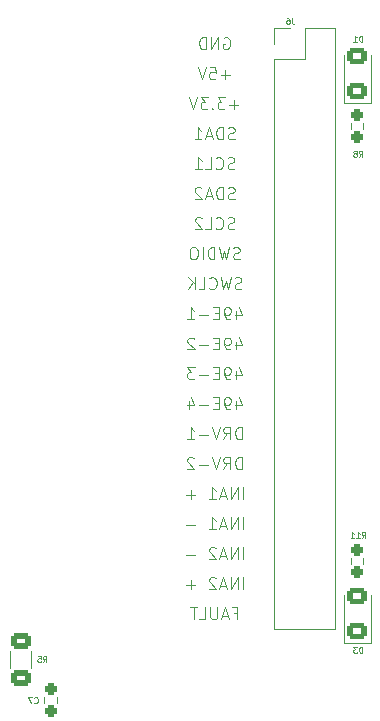
<source format=gbo>
G04 #@! TF.GenerationSoftware,KiCad,Pcbnew,(6.0.0)*
G04 #@! TF.CreationDate,2025-05-03T15:15:18+02:00*
G04 #@! TF.ProjectId,Smart Servo Control Board Rev.2,536d6172-7420-4536-9572-766f20436f6e,rev?*
G04 #@! TF.SameCoordinates,Original*
G04 #@! TF.FileFunction,Legend,Bot*
G04 #@! TF.FilePolarity,Positive*
%FSLAX46Y46*%
G04 Gerber Fmt 4.6, Leading zero omitted, Abs format (unit mm)*
G04 Created by KiCad (PCBNEW (6.0.0)) date 2025-05-03 15:15:18*
%MOMM*%
%LPD*%
G01*
G04 APERTURE LIST*
G04 Aperture macros list*
%AMRoundRect*
0 Rectangle with rounded corners*
0 $1 Rounding radius*
0 $2 $3 $4 $5 $6 $7 $8 $9 X,Y pos of 4 corners*
0 Add a 4 corners polygon primitive as box body*
4,1,4,$2,$3,$4,$5,$6,$7,$8,$9,$2,$3,0*
0 Add four circle primitives for the rounded corners*
1,1,$1+$1,$2,$3*
1,1,$1+$1,$4,$5*
1,1,$1+$1,$6,$7*
1,1,$1+$1,$8,$9*
0 Add four rect primitives between the rounded corners*
20,1,$1+$1,$2,$3,$4,$5,0*
20,1,$1+$1,$4,$5,$6,$7,0*
20,1,$1+$1,$6,$7,$8,$9,0*
20,1,$1+$1,$8,$9,$2,$3,0*%
%AMHorizOval*
0 Thick line with rounded ends*
0 $1 width*
0 $2 $3 position (X,Y) of the first rounded end (center of the circle)*
0 $4 $5 position (X,Y) of the second rounded end (center of the circle)*
0 Add line between two ends*
20,1,$1,$2,$3,$4,$5,0*
0 Add two circle primitives to create the rounded ends*
1,1,$1,$2,$3*
1,1,$1,$4,$5*%
%AMRotRect*
0 Rectangle, with rotation*
0 The origin of the aperture is its center*
0 $1 length*
0 $2 width*
0 $3 Rotation angle, in degrees counterclockwise*
0 Add horizontal line*
21,1,$1,$2,0,0,$3*%
G04 Aperture macros list end*
%ADD10C,0.125000*%
%ADD11C,0.120000*%
%ADD12C,4.300000*%
%ADD13RotRect,1.050000X1.300000X45.000000*%
%ADD14HorizOval,1.050000X-0.088388X0.088388X0.088388X-0.088388X0*%
%ADD15R,1.700000X1.700000*%
%ADD16O,1.700000X1.700000*%
%ADD17RotRect,1.050000X1.300000X135.000000*%
%ADD18HorizOval,1.050000X0.088388X0.088388X-0.088388X-0.088388X0*%
%ADD19C,7.500000*%
%ADD20C,4.700000*%
%ADD21C,0.508000*%
%ADD22RoundRect,0.237500X-0.237500X0.250000X-0.237500X-0.250000X0.237500X-0.250000X0.237500X0.250000X0*%
%ADD23RoundRect,0.237500X0.237500X-0.250000X0.237500X0.250000X-0.237500X0.250000X-0.237500X-0.250000X0*%
%ADD24RoundRect,0.250001X0.624999X-0.462499X0.624999X0.462499X-0.624999X0.462499X-0.624999X-0.462499X0*%
%ADD25RoundRect,0.250000X-0.625000X0.400000X-0.625000X-0.400000X0.625000X-0.400000X0.625000X0.400000X0*%
G04 APERTURE END LIST*
D10*
X188987758Y-96631999D02*
X189321091Y-96631999D01*
X189321091Y-97155808D02*
X189321091Y-96155808D01*
X188844900Y-96155808D01*
X188511567Y-96870094D02*
X188035377Y-96870094D01*
X188606805Y-97155808D02*
X188273472Y-96155808D01*
X187940139Y-97155808D01*
X187606805Y-96155808D02*
X187606805Y-96965332D01*
X187559186Y-97060570D01*
X187511567Y-97108189D01*
X187416329Y-97155808D01*
X187225853Y-97155808D01*
X187130615Y-97108189D01*
X187082996Y-97060570D01*
X187035377Y-96965332D01*
X187035377Y-96155808D01*
X186082996Y-97155808D02*
X186559186Y-97155808D01*
X186559186Y-96155808D01*
X185892520Y-96155808D02*
X185321091Y-96155808D01*
X185606805Y-97155808D02*
X185606805Y-96155808D01*
X189821091Y-94615808D02*
X189821091Y-93615808D01*
X189344900Y-94615808D02*
X189344900Y-93615808D01*
X188773472Y-94615808D01*
X188773472Y-93615808D01*
X188344900Y-94330094D02*
X187868710Y-94330094D01*
X188440139Y-94615808D02*
X188106805Y-93615808D01*
X187773472Y-94615808D01*
X187487758Y-93711047D02*
X187440139Y-93663428D01*
X187344900Y-93615808D01*
X187106805Y-93615808D01*
X187011567Y-93663428D01*
X186963948Y-93711047D01*
X186916329Y-93806285D01*
X186916329Y-93901523D01*
X186963948Y-94044380D01*
X187535377Y-94615808D01*
X186916329Y-94615808D01*
X185725853Y-94234856D02*
X184963948Y-94234856D01*
X185344900Y-94615808D02*
X185344900Y-93853904D01*
X189059186Y-59008189D02*
X188916329Y-59055808D01*
X188678234Y-59055808D01*
X188582996Y-59008189D01*
X188535377Y-58960570D01*
X188487758Y-58865332D01*
X188487758Y-58770094D01*
X188535377Y-58674856D01*
X188582996Y-58627237D01*
X188678234Y-58579618D01*
X188868710Y-58531999D01*
X188963948Y-58484380D01*
X189011567Y-58436761D01*
X189059186Y-58341523D01*
X189059186Y-58246285D01*
X189011567Y-58151047D01*
X188963948Y-58103428D01*
X188868710Y-58055808D01*
X188630615Y-58055808D01*
X188487758Y-58103428D01*
X187487758Y-58960570D02*
X187535377Y-59008189D01*
X187678234Y-59055808D01*
X187773472Y-59055808D01*
X187916329Y-59008189D01*
X188011567Y-58912951D01*
X188059186Y-58817713D01*
X188106805Y-58627237D01*
X188106805Y-58484380D01*
X188059186Y-58293904D01*
X188011567Y-58198666D01*
X187916329Y-58103428D01*
X187773472Y-58055808D01*
X187678234Y-58055808D01*
X187535377Y-58103428D01*
X187487758Y-58151047D01*
X186582996Y-59055808D02*
X187059186Y-59055808D01*
X187059186Y-58055808D01*
X185725853Y-59055808D02*
X186297281Y-59055808D01*
X186011567Y-59055808D02*
X186011567Y-58055808D01*
X186106805Y-58198666D01*
X186202043Y-58293904D01*
X186297281Y-58341523D01*
X189059186Y-64088189D02*
X188916329Y-64135808D01*
X188678234Y-64135808D01*
X188582996Y-64088189D01*
X188535377Y-64040570D01*
X188487758Y-63945332D01*
X188487758Y-63850094D01*
X188535377Y-63754856D01*
X188582996Y-63707237D01*
X188678234Y-63659618D01*
X188868710Y-63611999D01*
X188963948Y-63564380D01*
X189011567Y-63516761D01*
X189059186Y-63421523D01*
X189059186Y-63326285D01*
X189011567Y-63231047D01*
X188963948Y-63183428D01*
X188868710Y-63135808D01*
X188630615Y-63135808D01*
X188487758Y-63183428D01*
X187487758Y-64040570D02*
X187535377Y-64088189D01*
X187678234Y-64135808D01*
X187773472Y-64135808D01*
X187916329Y-64088189D01*
X188011567Y-63992951D01*
X188059186Y-63897713D01*
X188106805Y-63707237D01*
X188106805Y-63564380D01*
X188059186Y-63373904D01*
X188011567Y-63278666D01*
X187916329Y-63183428D01*
X187773472Y-63135808D01*
X187678234Y-63135808D01*
X187535377Y-63183428D01*
X187487758Y-63231047D01*
X186582996Y-64135808D02*
X187059186Y-64135808D01*
X187059186Y-63135808D01*
X186297281Y-63231047D02*
X186249662Y-63183428D01*
X186154424Y-63135808D01*
X185916329Y-63135808D01*
X185821091Y-63183428D01*
X185773472Y-63231047D01*
X185725853Y-63326285D01*
X185725853Y-63421523D01*
X185773472Y-63564380D01*
X186344900Y-64135808D01*
X185725853Y-64135808D01*
X189511567Y-66628189D02*
X189368710Y-66675808D01*
X189130615Y-66675808D01*
X189035377Y-66628189D01*
X188987758Y-66580570D01*
X188940139Y-66485332D01*
X188940139Y-66390094D01*
X188987758Y-66294856D01*
X189035377Y-66247237D01*
X189130615Y-66199618D01*
X189321091Y-66151999D01*
X189416329Y-66104380D01*
X189463948Y-66056761D01*
X189511567Y-65961523D01*
X189511567Y-65866285D01*
X189463948Y-65771047D01*
X189416329Y-65723428D01*
X189321091Y-65675808D01*
X189082996Y-65675808D01*
X188940139Y-65723428D01*
X188606805Y-65675808D02*
X188368710Y-66675808D01*
X188178234Y-65961523D01*
X187987758Y-66675808D01*
X187749662Y-65675808D01*
X187368710Y-66675808D02*
X187368710Y-65675808D01*
X187130615Y-65675808D01*
X186987758Y-65723428D01*
X186892520Y-65818666D01*
X186844900Y-65913904D01*
X186797281Y-66104380D01*
X186797281Y-66247237D01*
X186844900Y-66437713D01*
X186892520Y-66532951D01*
X186987758Y-66628189D01*
X187130615Y-66675808D01*
X187368710Y-66675808D01*
X186368710Y-66675808D02*
X186368710Y-65675808D01*
X185702043Y-65675808D02*
X185511567Y-65675808D01*
X185416329Y-65723428D01*
X185321091Y-65818666D01*
X185273472Y-66009142D01*
X185273472Y-66342475D01*
X185321091Y-66532951D01*
X185416329Y-66628189D01*
X185511567Y-66675808D01*
X185702043Y-66675808D01*
X185797281Y-66628189D01*
X185892520Y-66532951D01*
X185940139Y-66342475D01*
X185940139Y-66009142D01*
X185892520Y-65818666D01*
X185797281Y-65723428D01*
X185702043Y-65675808D01*
X189082996Y-56468189D02*
X188940139Y-56515808D01*
X188702043Y-56515808D01*
X188606805Y-56468189D01*
X188559186Y-56420570D01*
X188511567Y-56325332D01*
X188511567Y-56230094D01*
X188559186Y-56134856D01*
X188606805Y-56087237D01*
X188702043Y-56039618D01*
X188892520Y-55991999D01*
X188987758Y-55944380D01*
X189035377Y-55896761D01*
X189082996Y-55801523D01*
X189082996Y-55706285D01*
X189035377Y-55611047D01*
X188987758Y-55563428D01*
X188892520Y-55515808D01*
X188654424Y-55515808D01*
X188511567Y-55563428D01*
X188082996Y-56515808D02*
X188082996Y-55515808D01*
X187844900Y-55515808D01*
X187702043Y-55563428D01*
X187606805Y-55658666D01*
X187559186Y-55753904D01*
X187511567Y-55944380D01*
X187511567Y-56087237D01*
X187559186Y-56277713D01*
X187606805Y-56372951D01*
X187702043Y-56468189D01*
X187844900Y-56515808D01*
X188082996Y-56515808D01*
X187130615Y-56230094D02*
X186654424Y-56230094D01*
X187225853Y-56515808D02*
X186892520Y-55515808D01*
X186559186Y-56515808D01*
X185702043Y-56515808D02*
X186273472Y-56515808D01*
X185987758Y-56515808D02*
X185987758Y-55515808D01*
X186082996Y-55658666D01*
X186178234Y-55753904D01*
X186273472Y-55801523D01*
X189821091Y-89535808D02*
X189821091Y-88535808D01*
X189344900Y-89535808D02*
X189344900Y-88535808D01*
X188773472Y-89535808D01*
X188773472Y-88535808D01*
X188344900Y-89250094D02*
X187868710Y-89250094D01*
X188440139Y-89535808D02*
X188106805Y-88535808D01*
X187773472Y-89535808D01*
X186916329Y-89535808D02*
X187487758Y-89535808D01*
X187202043Y-89535808D02*
X187202043Y-88535808D01*
X187297281Y-88678666D01*
X187392520Y-88773904D01*
X187487758Y-88821523D01*
X185725853Y-89154856D02*
X184963948Y-89154856D01*
X188678234Y-51054856D02*
X187916329Y-51054856D01*
X188297281Y-51435808D02*
X188297281Y-50673904D01*
X186963948Y-50435808D02*
X187440139Y-50435808D01*
X187487758Y-50911999D01*
X187440139Y-50864380D01*
X187344900Y-50816761D01*
X187106805Y-50816761D01*
X187011567Y-50864380D01*
X186963948Y-50911999D01*
X186916329Y-51007237D01*
X186916329Y-51245332D01*
X186963948Y-51340570D01*
X187011567Y-51388189D01*
X187106805Y-51435808D01*
X187344900Y-51435808D01*
X187440139Y-51388189D01*
X187487758Y-51340570D01*
X186630615Y-50435808D02*
X186297281Y-51435808D01*
X185963948Y-50435808D01*
X189392520Y-53594856D02*
X188630615Y-53594856D01*
X189011567Y-53975808D02*
X189011567Y-53213904D01*
X188249662Y-52975808D02*
X187630615Y-52975808D01*
X187963948Y-53356761D01*
X187821091Y-53356761D01*
X187725853Y-53404380D01*
X187678234Y-53451999D01*
X187630615Y-53547237D01*
X187630615Y-53785332D01*
X187678234Y-53880570D01*
X187725853Y-53928189D01*
X187821091Y-53975808D01*
X188106805Y-53975808D01*
X188202043Y-53928189D01*
X188249662Y-53880570D01*
X187202043Y-53880570D02*
X187154424Y-53928189D01*
X187202043Y-53975808D01*
X187249662Y-53928189D01*
X187202043Y-53880570D01*
X187202043Y-53975808D01*
X186821091Y-52975808D02*
X186202043Y-52975808D01*
X186535377Y-53356761D01*
X186392520Y-53356761D01*
X186297281Y-53404380D01*
X186249662Y-53451999D01*
X186202043Y-53547237D01*
X186202043Y-53785332D01*
X186249662Y-53880570D01*
X186297281Y-53928189D01*
X186392520Y-53975808D01*
X186678234Y-53975808D01*
X186773472Y-53928189D01*
X186821091Y-53880570D01*
X185916329Y-52975808D02*
X185582996Y-53975808D01*
X185249662Y-52975808D01*
X189654424Y-69168189D02*
X189511567Y-69215808D01*
X189273472Y-69215808D01*
X189178234Y-69168189D01*
X189130615Y-69120570D01*
X189082996Y-69025332D01*
X189082996Y-68930094D01*
X189130615Y-68834856D01*
X189178234Y-68787237D01*
X189273472Y-68739618D01*
X189463948Y-68691999D01*
X189559186Y-68644380D01*
X189606805Y-68596761D01*
X189654424Y-68501523D01*
X189654424Y-68406285D01*
X189606805Y-68311047D01*
X189559186Y-68263428D01*
X189463948Y-68215808D01*
X189225853Y-68215808D01*
X189082996Y-68263428D01*
X188749662Y-68215808D02*
X188511567Y-69215808D01*
X188321091Y-68501523D01*
X188130615Y-69215808D01*
X187892520Y-68215808D01*
X186940139Y-69120570D02*
X186987758Y-69168189D01*
X187130615Y-69215808D01*
X187225853Y-69215808D01*
X187368710Y-69168189D01*
X187463948Y-69072951D01*
X187511567Y-68977713D01*
X187559186Y-68787237D01*
X187559186Y-68644380D01*
X187511567Y-68453904D01*
X187463948Y-68358666D01*
X187368710Y-68263428D01*
X187225853Y-68215808D01*
X187130615Y-68215808D01*
X186987758Y-68263428D01*
X186940139Y-68311047D01*
X186035377Y-69215808D02*
X186511567Y-69215808D01*
X186511567Y-68215808D01*
X185702043Y-69215808D02*
X185702043Y-68215808D01*
X185130615Y-69215808D02*
X185559186Y-68644380D01*
X185130615Y-68215808D02*
X185702043Y-68787237D01*
X188154424Y-47943428D02*
X188249662Y-47895808D01*
X188392520Y-47895808D01*
X188535377Y-47943428D01*
X188630615Y-48038666D01*
X188678234Y-48133904D01*
X188725853Y-48324380D01*
X188725853Y-48467237D01*
X188678234Y-48657713D01*
X188630615Y-48752951D01*
X188535377Y-48848189D01*
X188392520Y-48895808D01*
X188297281Y-48895808D01*
X188154424Y-48848189D01*
X188106805Y-48800570D01*
X188106805Y-48467237D01*
X188297281Y-48467237D01*
X187678234Y-48895808D02*
X187678234Y-47895808D01*
X187106805Y-48895808D01*
X187106805Y-47895808D01*
X186630615Y-48895808D02*
X186630615Y-47895808D01*
X186392520Y-47895808D01*
X186249662Y-47943428D01*
X186154424Y-48038666D01*
X186106805Y-48133904D01*
X186059186Y-48324380D01*
X186059186Y-48467237D01*
X186106805Y-48657713D01*
X186154424Y-48752951D01*
X186249662Y-48848189D01*
X186392520Y-48895808D01*
X186630615Y-48895808D01*
X189225853Y-73659142D02*
X189225853Y-74325808D01*
X189463948Y-73278189D02*
X189702043Y-73992475D01*
X189082996Y-73992475D01*
X188654424Y-74325808D02*
X188463948Y-74325808D01*
X188368710Y-74278189D01*
X188321091Y-74230570D01*
X188225853Y-74087713D01*
X188178234Y-73897237D01*
X188178234Y-73516285D01*
X188225853Y-73421047D01*
X188273472Y-73373428D01*
X188368710Y-73325808D01*
X188559186Y-73325808D01*
X188654424Y-73373428D01*
X188702043Y-73421047D01*
X188749662Y-73516285D01*
X188749662Y-73754380D01*
X188702043Y-73849618D01*
X188654424Y-73897237D01*
X188559186Y-73944856D01*
X188368710Y-73944856D01*
X188273472Y-73897237D01*
X188225853Y-73849618D01*
X188178234Y-73754380D01*
X187749662Y-73801999D02*
X187416329Y-73801999D01*
X187273472Y-74325808D02*
X187749662Y-74325808D01*
X187749662Y-73325808D01*
X187273472Y-73325808D01*
X186844900Y-73944856D02*
X186082996Y-73944856D01*
X185654424Y-73421047D02*
X185606805Y-73373428D01*
X185511567Y-73325808D01*
X185273472Y-73325808D01*
X185178234Y-73373428D01*
X185130615Y-73421047D01*
X185082996Y-73516285D01*
X185082996Y-73611523D01*
X185130615Y-73754380D01*
X185702043Y-74325808D01*
X185082996Y-74325808D01*
X189678234Y-84455808D02*
X189678234Y-83455808D01*
X189440139Y-83455808D01*
X189297281Y-83503428D01*
X189202043Y-83598666D01*
X189154424Y-83693904D01*
X189106805Y-83884380D01*
X189106805Y-84027237D01*
X189154424Y-84217713D01*
X189202043Y-84312951D01*
X189297281Y-84408189D01*
X189440139Y-84455808D01*
X189678234Y-84455808D01*
X188106805Y-84455808D02*
X188440139Y-83979618D01*
X188678234Y-84455808D02*
X188678234Y-83455808D01*
X188297281Y-83455808D01*
X188202043Y-83503428D01*
X188154424Y-83551047D01*
X188106805Y-83646285D01*
X188106805Y-83789142D01*
X188154424Y-83884380D01*
X188202043Y-83931999D01*
X188297281Y-83979618D01*
X188678234Y-83979618D01*
X187821091Y-83455808D02*
X187487758Y-84455808D01*
X187154424Y-83455808D01*
X186821091Y-84074856D02*
X186059186Y-84074856D01*
X185630615Y-83551047D02*
X185582996Y-83503428D01*
X185487758Y-83455808D01*
X185249662Y-83455808D01*
X185154424Y-83503428D01*
X185106805Y-83551047D01*
X185059186Y-83646285D01*
X185059186Y-83741523D01*
X185106805Y-83884380D01*
X185678234Y-84455808D01*
X185059186Y-84455808D01*
X189225853Y-78709142D02*
X189225853Y-79375808D01*
X189463948Y-78328189D02*
X189702043Y-79042475D01*
X189082996Y-79042475D01*
X188654424Y-79375808D02*
X188463948Y-79375808D01*
X188368710Y-79328189D01*
X188321091Y-79280570D01*
X188225853Y-79137713D01*
X188178234Y-78947237D01*
X188178234Y-78566285D01*
X188225853Y-78471047D01*
X188273472Y-78423428D01*
X188368710Y-78375808D01*
X188559186Y-78375808D01*
X188654424Y-78423428D01*
X188702043Y-78471047D01*
X188749662Y-78566285D01*
X188749662Y-78804380D01*
X188702043Y-78899618D01*
X188654424Y-78947237D01*
X188559186Y-78994856D01*
X188368710Y-78994856D01*
X188273472Y-78947237D01*
X188225853Y-78899618D01*
X188178234Y-78804380D01*
X187749662Y-78851999D02*
X187416329Y-78851999D01*
X187273472Y-79375808D02*
X187749662Y-79375808D01*
X187749662Y-78375808D01*
X187273472Y-78375808D01*
X186844900Y-78994856D02*
X186082996Y-78994856D01*
X185178234Y-78709142D02*
X185178234Y-79375808D01*
X185416329Y-78328189D02*
X185654424Y-79042475D01*
X185035377Y-79042475D01*
X189225853Y-71089142D02*
X189225853Y-71755808D01*
X189463948Y-70708189D02*
X189702043Y-71422475D01*
X189082996Y-71422475D01*
X188654424Y-71755808D02*
X188463948Y-71755808D01*
X188368710Y-71708189D01*
X188321091Y-71660570D01*
X188225853Y-71517713D01*
X188178234Y-71327237D01*
X188178234Y-70946285D01*
X188225853Y-70851047D01*
X188273472Y-70803428D01*
X188368710Y-70755808D01*
X188559186Y-70755808D01*
X188654424Y-70803428D01*
X188702043Y-70851047D01*
X188749662Y-70946285D01*
X188749662Y-71184380D01*
X188702043Y-71279618D01*
X188654424Y-71327237D01*
X188559186Y-71374856D01*
X188368710Y-71374856D01*
X188273472Y-71327237D01*
X188225853Y-71279618D01*
X188178234Y-71184380D01*
X187749662Y-71231999D02*
X187416329Y-71231999D01*
X187273472Y-71755808D02*
X187749662Y-71755808D01*
X187749662Y-70755808D01*
X187273472Y-70755808D01*
X186844900Y-71374856D02*
X186082996Y-71374856D01*
X185082996Y-71755808D02*
X185654424Y-71755808D01*
X185368710Y-71755808D02*
X185368710Y-70755808D01*
X185463948Y-70898666D01*
X185559186Y-70993904D01*
X185654424Y-71041523D01*
X189225853Y-76169142D02*
X189225853Y-76835808D01*
X189463948Y-75788189D02*
X189702043Y-76502475D01*
X189082996Y-76502475D01*
X188654424Y-76835808D02*
X188463948Y-76835808D01*
X188368710Y-76788189D01*
X188321091Y-76740570D01*
X188225853Y-76597713D01*
X188178234Y-76407237D01*
X188178234Y-76026285D01*
X188225853Y-75931047D01*
X188273472Y-75883428D01*
X188368710Y-75835808D01*
X188559186Y-75835808D01*
X188654424Y-75883428D01*
X188702043Y-75931047D01*
X188749662Y-76026285D01*
X188749662Y-76264380D01*
X188702043Y-76359618D01*
X188654424Y-76407237D01*
X188559186Y-76454856D01*
X188368710Y-76454856D01*
X188273472Y-76407237D01*
X188225853Y-76359618D01*
X188178234Y-76264380D01*
X187749662Y-76311999D02*
X187416329Y-76311999D01*
X187273472Y-76835808D02*
X187749662Y-76835808D01*
X187749662Y-75835808D01*
X187273472Y-75835808D01*
X186844900Y-76454856D02*
X186082996Y-76454856D01*
X185702043Y-75835808D02*
X185082996Y-75835808D01*
X185416329Y-76216761D01*
X185273472Y-76216761D01*
X185178234Y-76264380D01*
X185130615Y-76311999D01*
X185082996Y-76407237D01*
X185082996Y-76645332D01*
X185130615Y-76740570D01*
X185178234Y-76788189D01*
X185273472Y-76835808D01*
X185559186Y-76835808D01*
X185654424Y-76788189D01*
X185702043Y-76740570D01*
X189678234Y-81915808D02*
X189678234Y-80915808D01*
X189440139Y-80915808D01*
X189297281Y-80963428D01*
X189202043Y-81058666D01*
X189154424Y-81153904D01*
X189106805Y-81344380D01*
X189106805Y-81487237D01*
X189154424Y-81677713D01*
X189202043Y-81772951D01*
X189297281Y-81868189D01*
X189440139Y-81915808D01*
X189678234Y-81915808D01*
X188106805Y-81915808D02*
X188440139Y-81439618D01*
X188678234Y-81915808D02*
X188678234Y-80915808D01*
X188297281Y-80915808D01*
X188202043Y-80963428D01*
X188154424Y-81011047D01*
X188106805Y-81106285D01*
X188106805Y-81249142D01*
X188154424Y-81344380D01*
X188202043Y-81391999D01*
X188297281Y-81439618D01*
X188678234Y-81439618D01*
X187821091Y-80915808D02*
X187487758Y-81915808D01*
X187154424Y-80915808D01*
X186821091Y-81534856D02*
X186059186Y-81534856D01*
X185059186Y-81915808D02*
X185630615Y-81915808D01*
X185344900Y-81915808D02*
X185344900Y-80915808D01*
X185440139Y-81058666D01*
X185535377Y-81153904D01*
X185630615Y-81201523D01*
X189821091Y-92075808D02*
X189821091Y-91075808D01*
X189344900Y-92075808D02*
X189344900Y-91075808D01*
X188773472Y-92075808D01*
X188773472Y-91075808D01*
X188344900Y-91790094D02*
X187868710Y-91790094D01*
X188440139Y-92075808D02*
X188106805Y-91075808D01*
X187773472Y-92075808D01*
X187487758Y-91171047D02*
X187440139Y-91123428D01*
X187344900Y-91075808D01*
X187106805Y-91075808D01*
X187011567Y-91123428D01*
X186963948Y-91171047D01*
X186916329Y-91266285D01*
X186916329Y-91361523D01*
X186963948Y-91504380D01*
X187535377Y-92075808D01*
X186916329Y-92075808D01*
X185725853Y-91694856D02*
X184963948Y-91694856D01*
X189082996Y-61548189D02*
X188940139Y-61595808D01*
X188702043Y-61595808D01*
X188606805Y-61548189D01*
X188559186Y-61500570D01*
X188511567Y-61405332D01*
X188511567Y-61310094D01*
X188559186Y-61214856D01*
X188606805Y-61167237D01*
X188702043Y-61119618D01*
X188892520Y-61071999D01*
X188987758Y-61024380D01*
X189035377Y-60976761D01*
X189082996Y-60881523D01*
X189082996Y-60786285D01*
X189035377Y-60691047D01*
X188987758Y-60643428D01*
X188892520Y-60595808D01*
X188654424Y-60595808D01*
X188511567Y-60643428D01*
X188082996Y-61595808D02*
X188082996Y-60595808D01*
X187844900Y-60595808D01*
X187702043Y-60643428D01*
X187606805Y-60738666D01*
X187559186Y-60833904D01*
X187511567Y-61024380D01*
X187511567Y-61167237D01*
X187559186Y-61357713D01*
X187606805Y-61452951D01*
X187702043Y-61548189D01*
X187844900Y-61595808D01*
X188082996Y-61595808D01*
X187130615Y-61310094D02*
X186654424Y-61310094D01*
X187225853Y-61595808D02*
X186892520Y-60595808D01*
X186559186Y-61595808D01*
X186273472Y-60691047D02*
X186225853Y-60643428D01*
X186130615Y-60595808D01*
X185892520Y-60595808D01*
X185797281Y-60643428D01*
X185749662Y-60691047D01*
X185702043Y-60786285D01*
X185702043Y-60881523D01*
X185749662Y-61024380D01*
X186321091Y-61595808D01*
X185702043Y-61595808D01*
X189821091Y-86995808D02*
X189821091Y-85995808D01*
X189344900Y-86995808D02*
X189344900Y-85995808D01*
X188773472Y-86995808D01*
X188773472Y-85995808D01*
X188344900Y-86710094D02*
X187868710Y-86710094D01*
X188440139Y-86995808D02*
X188106805Y-85995808D01*
X187773472Y-86995808D01*
X186916329Y-86995808D02*
X187487758Y-86995808D01*
X187202043Y-86995808D02*
X187202043Y-85995808D01*
X187297281Y-86138666D01*
X187392520Y-86233904D01*
X187487758Y-86281523D01*
X185725853Y-86614856D02*
X184963948Y-86614856D01*
X185344900Y-86995808D02*
X185344900Y-86233904D01*
X199615853Y-58019618D02*
X199782520Y-57781523D01*
X199901567Y-58019618D02*
X199901567Y-57519618D01*
X199711091Y-57519618D01*
X199663472Y-57543428D01*
X199639662Y-57567237D01*
X199615853Y-57614856D01*
X199615853Y-57686285D01*
X199639662Y-57733904D01*
X199663472Y-57757713D01*
X199711091Y-57781523D01*
X199901567Y-57781523D01*
X199330139Y-57733904D02*
X199377758Y-57710094D01*
X199401567Y-57686285D01*
X199425377Y-57638666D01*
X199425377Y-57614856D01*
X199401567Y-57567237D01*
X199377758Y-57543428D01*
X199330139Y-57519618D01*
X199234900Y-57519618D01*
X199187281Y-57543428D01*
X199163472Y-57567237D01*
X199139662Y-57614856D01*
X199139662Y-57638666D01*
X199163472Y-57686285D01*
X199187281Y-57710094D01*
X199234900Y-57733904D01*
X199330139Y-57733904D01*
X199377758Y-57757713D01*
X199401567Y-57781523D01*
X199425377Y-57829142D01*
X199425377Y-57924380D01*
X199401567Y-57971999D01*
X199377758Y-57995808D01*
X199330139Y-58019618D01*
X199234900Y-58019618D01*
X199187281Y-57995808D01*
X199163472Y-57971999D01*
X199139662Y-57924380D01*
X199139662Y-57829142D01*
X199163472Y-57781523D01*
X199187281Y-57757713D01*
X199234900Y-57733904D01*
X193949186Y-46269618D02*
X193949186Y-46626761D01*
X193972996Y-46698189D01*
X194020615Y-46745808D01*
X194092043Y-46769618D01*
X194139662Y-46769618D01*
X193496805Y-46269618D02*
X193592043Y-46269618D01*
X193639662Y-46293428D01*
X193663472Y-46317237D01*
X193711091Y-46388666D01*
X193734900Y-46483904D01*
X193734900Y-46674380D01*
X193711091Y-46721999D01*
X193687281Y-46745808D01*
X193639662Y-46769618D01*
X193544424Y-46769618D01*
X193496805Y-46745808D01*
X193472996Y-46721999D01*
X193449186Y-46674380D01*
X193449186Y-46555332D01*
X193472996Y-46507713D01*
X193496805Y-46483904D01*
X193544424Y-46460094D01*
X193639662Y-46460094D01*
X193687281Y-46483904D01*
X193711091Y-46507713D01*
X193734900Y-46555332D01*
X199853948Y-90269618D02*
X200020615Y-90031523D01*
X200139662Y-90269618D02*
X200139662Y-89769618D01*
X199949186Y-89769618D01*
X199901567Y-89793428D01*
X199877758Y-89817237D01*
X199853948Y-89864856D01*
X199853948Y-89936285D01*
X199877758Y-89983904D01*
X199901567Y-90007713D01*
X199949186Y-90031523D01*
X200139662Y-90031523D01*
X199377758Y-90269618D02*
X199663472Y-90269618D01*
X199520615Y-90269618D02*
X199520615Y-89769618D01*
X199568234Y-89841047D01*
X199615853Y-89888666D01*
X199663472Y-89912475D01*
X198901567Y-90269618D02*
X199187281Y-90269618D01*
X199044424Y-90269618D02*
X199044424Y-89769618D01*
X199092043Y-89841047D01*
X199139662Y-89888666D01*
X199187281Y-89912475D01*
X199901567Y-48269618D02*
X199901567Y-47769618D01*
X199782520Y-47769618D01*
X199711091Y-47793428D01*
X199663472Y-47841047D01*
X199639662Y-47888666D01*
X199615853Y-47983904D01*
X199615853Y-48055332D01*
X199639662Y-48150570D01*
X199663472Y-48198189D01*
X199711091Y-48245808D01*
X199782520Y-48269618D01*
X199901567Y-48269618D01*
X199139662Y-48269618D02*
X199425377Y-48269618D01*
X199282520Y-48269618D02*
X199282520Y-47769618D01*
X199330139Y-47841047D01*
X199377758Y-47888666D01*
X199425377Y-47912475D01*
X172115853Y-104221999D02*
X172139662Y-104245808D01*
X172211091Y-104269618D01*
X172258710Y-104269618D01*
X172330139Y-104245808D01*
X172377758Y-104198189D01*
X172401567Y-104150570D01*
X172425377Y-104055332D01*
X172425377Y-103983904D01*
X172401567Y-103888666D01*
X172377758Y-103841047D01*
X172330139Y-103793428D01*
X172258710Y-103769618D01*
X172211091Y-103769618D01*
X172139662Y-103793428D01*
X172115853Y-103817237D01*
X171949186Y-103769618D02*
X171615853Y-103769618D01*
X171830139Y-104269618D01*
X199901567Y-100019618D02*
X199901567Y-99519618D01*
X199782520Y-99519618D01*
X199711091Y-99543428D01*
X199663472Y-99591047D01*
X199639662Y-99638666D01*
X199615853Y-99733904D01*
X199615853Y-99805332D01*
X199639662Y-99900570D01*
X199663472Y-99948189D01*
X199711091Y-99995808D01*
X199782520Y-100019618D01*
X199901567Y-100019618D01*
X199449186Y-99519618D02*
X199139662Y-99519618D01*
X199306329Y-99710094D01*
X199234900Y-99710094D01*
X199187281Y-99733904D01*
X199163472Y-99757713D01*
X199139662Y-99805332D01*
X199139662Y-99924380D01*
X199163472Y-99971999D01*
X199187281Y-99995808D01*
X199234900Y-100019618D01*
X199377758Y-100019618D01*
X199425377Y-99995808D01*
X199449186Y-99971999D01*
X172865853Y-100795618D02*
X173032520Y-100557523D01*
X173151567Y-100795618D02*
X173151567Y-100295618D01*
X172961091Y-100295618D01*
X172913472Y-100319428D01*
X172889662Y-100343237D01*
X172865853Y-100390856D01*
X172865853Y-100462285D01*
X172889662Y-100509904D01*
X172913472Y-100533713D01*
X172961091Y-100557523D01*
X173151567Y-100557523D01*
X172413472Y-100295618D02*
X172651567Y-100295618D01*
X172675377Y-100533713D01*
X172651567Y-100509904D01*
X172603948Y-100486094D01*
X172484900Y-100486094D01*
X172437281Y-100509904D01*
X172413472Y-100533713D01*
X172389662Y-100581332D01*
X172389662Y-100700380D01*
X172413472Y-100747999D01*
X172437281Y-100771808D01*
X172484900Y-100795618D01*
X172603948Y-100795618D01*
X172651567Y-100771808D01*
X172675377Y-100747999D01*
D11*
X198935020Y-55173704D02*
X198935020Y-55683152D01*
X199980020Y-55173704D02*
X199980020Y-55683152D01*
X193742520Y-47113428D02*
X192412520Y-47113428D01*
X197612520Y-47113428D02*
X197612520Y-98033428D01*
X192412520Y-47113428D02*
X192412520Y-48443428D01*
X197612520Y-47113428D02*
X195012520Y-47113428D01*
X195012520Y-47113428D02*
X195012520Y-49713428D01*
X197612520Y-98033428D02*
X192412520Y-98033428D01*
X192412520Y-49713428D02*
X192412520Y-98033428D01*
X195012520Y-49713428D02*
X192412520Y-49713428D01*
X198935020Y-92513152D02*
X198935020Y-92003704D01*
X199980020Y-92513152D02*
X199980020Y-92003704D01*
X200592520Y-53443428D02*
X198322520Y-53443428D01*
X200592520Y-49383428D02*
X200592520Y-53443428D01*
X198322520Y-53443428D02*
X198322520Y-49383428D01*
X174015020Y-103743704D02*
X174015020Y-104253152D01*
X172970020Y-103743704D02*
X172970020Y-104253152D01*
X198322520Y-99163428D02*
X198322520Y-95103428D01*
X200592520Y-95103428D02*
X200592520Y-99163428D01*
X200592520Y-99163428D02*
X198322520Y-99163428D01*
X170042520Y-99842364D02*
X170042520Y-101296492D01*
X171862520Y-99842364D02*
X171862520Y-101296492D01*
%LPC*%
D12*
X157032520Y-42043428D03*
D13*
X171324494Y-80131454D03*
D14*
X172222520Y-79233428D03*
X173120545Y-78335403D03*
D15*
X177282520Y-97038428D03*
D16*
X174742520Y-97038428D03*
D17*
X173120546Y-87751454D03*
D18*
X172222520Y-86853428D03*
X171324495Y-85955403D03*
D19*
X195032520Y-103043428D03*
D20*
X195032520Y-103043428D03*
X157032520Y-103043428D03*
D19*
X157032520Y-103043428D03*
D21*
X175638820Y-104392128D03*
X176426220Y-103604728D03*
X175638820Y-103604728D03*
X176426220Y-104392128D03*
D12*
X195032520Y-42043428D03*
D22*
X199457520Y-54515928D03*
X199457520Y-56340928D03*
D15*
X193742520Y-48443428D03*
D16*
X196282520Y-48443428D03*
X193742520Y-50983428D03*
X196282520Y-50983428D03*
X193742520Y-53523428D03*
X196282520Y-53523428D03*
X193742520Y-56063428D03*
X196282520Y-56063428D03*
X193742520Y-58603428D03*
X196282520Y-58603428D03*
X193742520Y-61143428D03*
X196282520Y-61143428D03*
X193742520Y-63683428D03*
X196282520Y-63683428D03*
X193742520Y-66223428D03*
X196282520Y-66223428D03*
X193742520Y-68763428D03*
X196282520Y-68763428D03*
X193742520Y-71303428D03*
X196282520Y-71303428D03*
X193742520Y-73843428D03*
X196282520Y-73843428D03*
X193742520Y-76383428D03*
X196282520Y-76383428D03*
X193742520Y-78923428D03*
X196282520Y-78923428D03*
X193742520Y-81463428D03*
X196282520Y-81463428D03*
X193742520Y-84003428D03*
X196282520Y-84003428D03*
X193742520Y-86543428D03*
X196282520Y-86543428D03*
X193742520Y-89083428D03*
X196282520Y-89083428D03*
X193742520Y-91623428D03*
X196282520Y-91623428D03*
X193742520Y-94163428D03*
X196282520Y-94163428D03*
X193742520Y-96703428D03*
X196282520Y-96703428D03*
D23*
X199457520Y-93170928D03*
X199457520Y-91345928D03*
D24*
X199457520Y-52470928D03*
X199457520Y-49495928D03*
D22*
X173492520Y-103085928D03*
X173492520Y-104910928D03*
D24*
X199457520Y-98190928D03*
X199457520Y-95215928D03*
D25*
X170952520Y-99019428D03*
X170952520Y-102119428D03*
M02*

</source>
